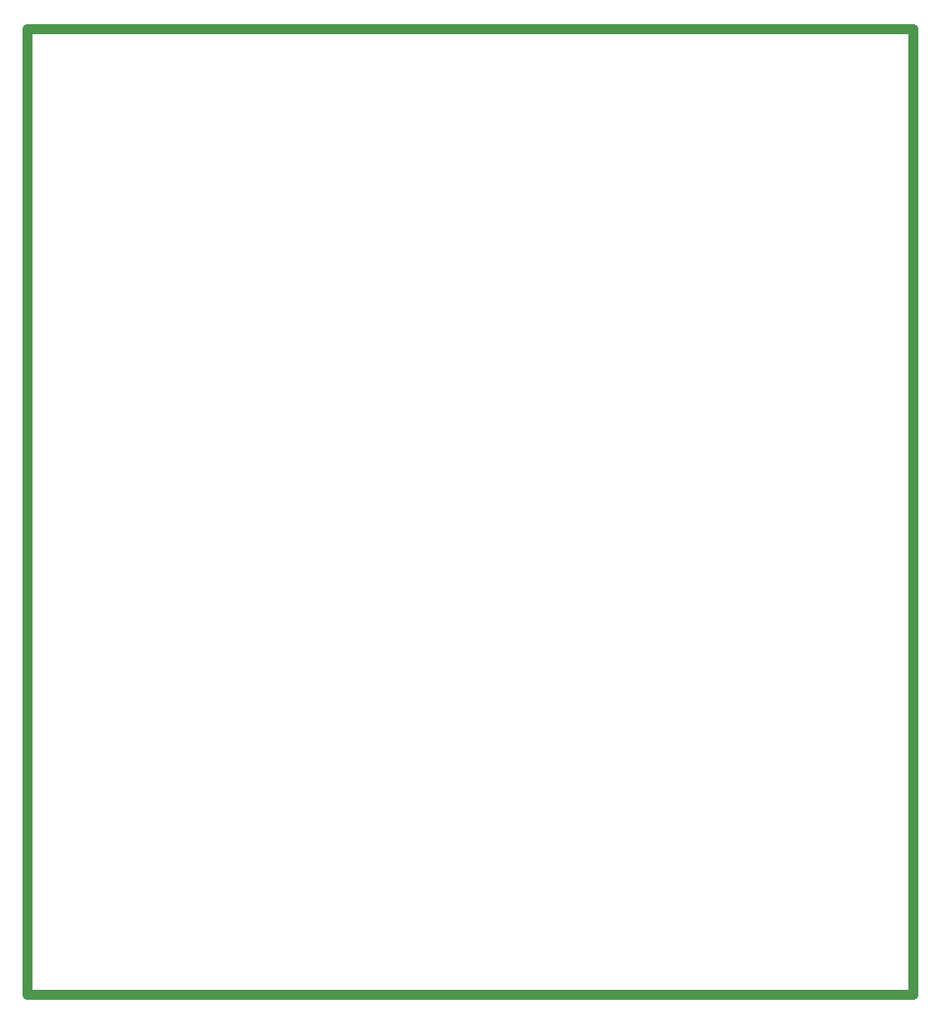
<source format=gko>
G04*
G04 #@! TF.GenerationSoftware,Altium Limited,Altium Designer,22.10.1 (41)*
G04*
G04 Layer_Color=16711935*
%FSLAX25Y25*%
%MOIN*%
G70*
G04*
G04 #@! TF.SameCoordinates,D7D8B2A2-ADA4-419F-A72F-73B0DD1D3010*
G04*
G04*
G04 #@! TF.FilePolarity,Positive*
G04*
G01*
G75*
%ADD60C,0.03937*%
D60*
X354331Y385827D02*
X354331Y0D01*
X0D02*
Y385827D01*
Y0D02*
X354331D01*
X0Y385827D02*
X354331D01*
M02*

</source>
